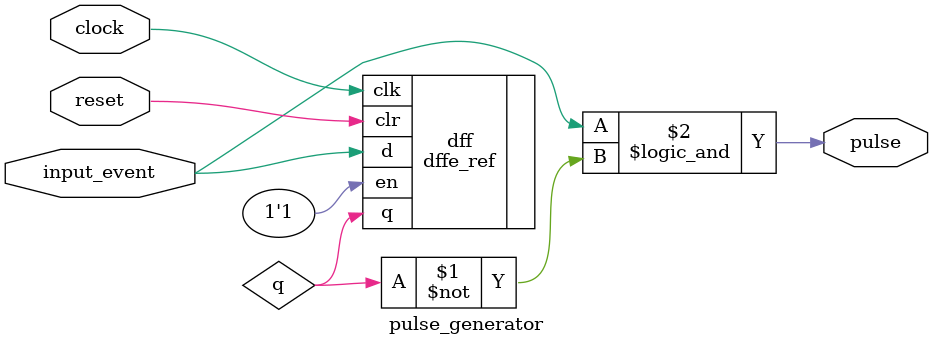
<source format=v>

module pulse_generator(pulse, input_event, clock, reset);
    input input_event, clock, reset;
    output pulse;
    wire q;
    dffe_ref dff(.q(q), .d(input_event), .clk(clock), .en(1'b1), .clr(reset));
    assign pulse = input_event && ~q;
endmodule
</source>
